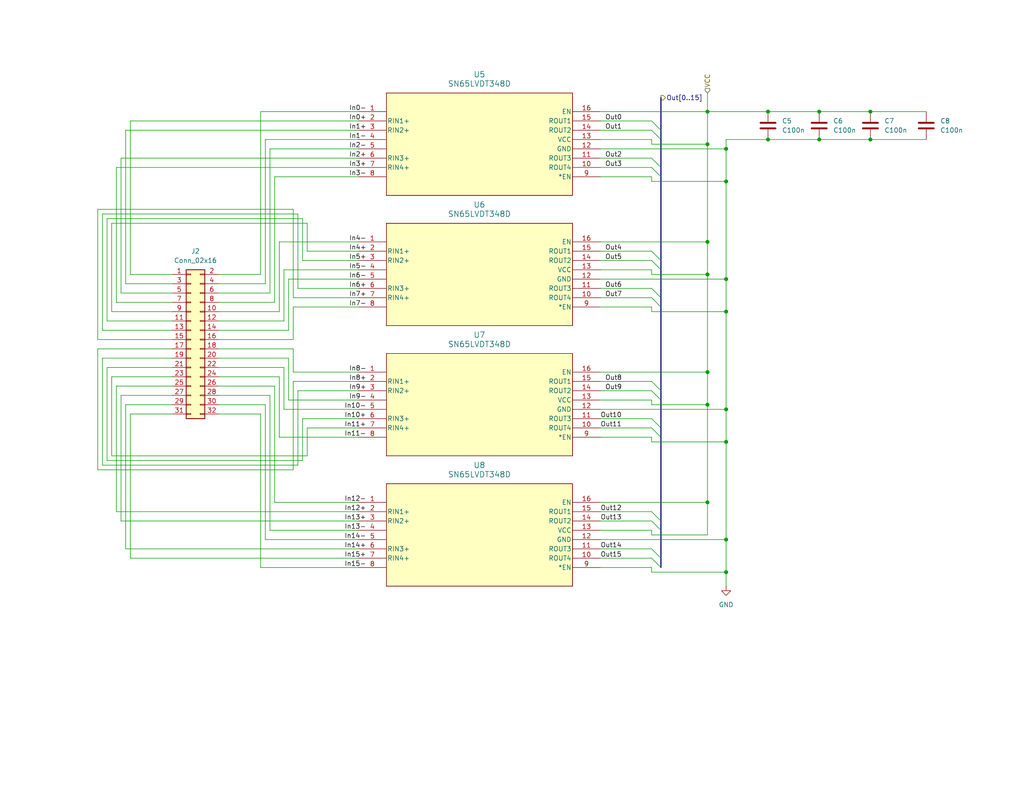
<source format=kicad_sch>
(kicad_sch (version 20231120) (generator "eeschema") (generator_version "8.0")
  (paper "USLetter")
  (title_block (title "BeagleV Fire TDC Cape") (date "2024-09-28") (rev "1") (company "MIT SpinQuest DAQ Group") (comment 1 "Noah Paladino"))
  (lib_symbols
    (symbol "Connector_Generic:Conn_02x16_Odd_Even" (pin_names (offset 1.016) hide)
      (property "Reference" "J" (at 1.27 20.32 0))
      (property "Value" "Conn_02x16_Odd_Even" (at 1.27 -22.86 0))
      (symbol "Conn_02x16_Odd_Even_1_1"
        (rectangle (start -1.27 -20.193) (end 0 -20.447) (stroke (width 0.1524)))
        (rectangle (start -1.27 -17.653) (end 0 -17.907) (stroke (width 0.1524)))
        (rectangle (start -1.27 -15.113) (end 0 -15.367) (stroke (width 0.1524)))
        (rectangle (start -1.27 -12.573) (end 0 -12.827) (stroke (width 0.1524)))
        (rectangle (start -1.27 -10.033) (end 0 -10.287) (stroke (width 0.1524)))
        (rectangle (start -1.27 -7.493) (end 0 -7.747) (stroke (width 0.1524)))
        (rectangle (start -1.27 -4.953) (end 0 -5.207) (stroke (width 0.1524)))
        (rectangle (start -1.27 -2.413) (end 0 -2.667) (stroke (width 0.1524)))
        (rectangle (start -1.27 0.127) (end 0 -0.127) (stroke (width 0.1524)))
        (rectangle (start -1.27 2.667) (end 0 2.413) (stroke (width 0.1524)))
        (rectangle (start -1.27 5.207) (end 0 4.953) (stroke (width 0.1524)))
        (rectangle (start -1.27 7.747) (end 0 7.493) (stroke (width 0.1524)))
        (rectangle (start -1.27 10.287) (end 0 10.033) (stroke (width 0.1524)))
        (rectangle (start -1.27 12.827) (end 0 12.573) (stroke (width 0.1524)))
        (rectangle (start -1.27 15.367) (end 0 15.113) (stroke (width 0.1524)))
        (rectangle (start -1.27 17.907) (end 0 17.653) (stroke (width 0.1524)))
        (rectangle (start -1.27 19.05) (end 3.81 -21.59) (stroke (width 0.254)) (fill (type background)))
        (rectangle (start 3.81 -20.193) (end 2.54 -20.447) (stroke (width 0.1524)))
        (rectangle (start 3.81 -17.653) (end 2.54 -17.907) (stroke (width 0.1524)))
        (rectangle (start 3.81 -15.113) (end 2.54 -15.367) (stroke (width 0.1524)))
        (rectangle (start 3.81 -12.573) (end 2.54 -12.827) (stroke (width 0.1524)))
        (rectangle (start 3.81 -10.033) (end 2.54 -10.287) (stroke (width 0.1524)))
        (rectangle (start 3.81 -7.493) (end 2.54 -7.747) (stroke (width 0.1524)))
        (rectangle (start 3.81 -4.953) (end 2.54 -5.207) (stroke (width 0.1524)))
        (rectangle (start 3.81 -2.413) (end 2.54 -2.667) (stroke (width 0.1524)))
        (rectangle (start 3.81 0.127) (end 2.54 -0.127) (stroke (width 0.1524)))
        (rectangle (start 3.81 2.667) (end 2.54 2.413) (stroke (width 0.1524)))
        (rectangle (start 3.81 5.207) (end 2.54 4.953) (stroke (width 0.1524)))
        (rectangle (start 3.81 7.747) (end 2.54 7.493) (stroke (width 0.1524)))
        (rectangle (start 3.81 10.287) (end 2.54 10.033) (stroke (width 0.1524)))
        (rectangle (start 3.81 12.827) (end 2.54 12.573) (stroke (width 0.1524)))
        (rectangle (start 3.81 15.367) (end 2.54 15.113) (stroke (width 0.1524)))
        (rectangle (start 3.81 17.907) (end 2.54 17.653) (stroke (width 0.1524)))
        (pin passive line (at -5.08 17.78 0) (length 3.81) (name "Pin_1") (number "1"))
        (pin passive line (at 7.62 7.62 180) (length 3.81) (name "Pin_10") (number "10"))
        (pin passive line (at -5.08 5.08 0) (length 3.81) (name "Pin_11") (number "11"))
        (pin passive line (at 7.62 5.08 180) (length 3.81) (name "Pin_12") (number "12"))
        (pin passive line (at -5.08 2.54 0) (length 3.81) (name "Pin_13") (number "13"))
        (pin passive line (at 7.62 2.54 180) (length 3.81) (name "Pin_14") (number "14"))
        (pin passive line (at -5.08 0 0) (length 3.81) (name "Pin_15") (number "15"))
        (pin passive line (at 7.62 0 180) (length 3.81) (name "Pin_16") (number "16"))
        (pin passive line (at -5.08 -2.54 0) (length 3.81) (name "Pin_17") (number "17"))
        (pin passive line (at 7.62 -2.54 180) (length 3.81) (name "Pin_18") (number "18"))
        (pin passive line (at -5.08 -5.08 0) (length 3.81) (name "Pin_19") (number "19"))
        (pin passive line (at 7.62 17.78 180) (length 3.81) (name "Pin_2") (number "2"))
        (pin passive line (at 7.62 -5.08 180) (length 3.81) (name "Pin_20") (number "20"))
        (pin passive line (at -5.08 -7.62 0) (length 3.81) (name "Pin_21") (number "21"))
        (pin passive line (at 7.62 -7.62 180) (length 3.81) (name "Pin_22") (number "22"))
        (pin passive line (at -5.08 -10.16 0) (length 3.81) (name "Pin_23") (number "23"))
        (pin passive line (at 7.62 -10.16 180) (length 3.81) (name "Pin_24") (number "24"))
        (pin passive line (at -5.08 -12.7 0) (length 3.81) (name "Pin_25") (number "25"))
        (pin passive line (at 7.62 -12.7 180) (length 3.81) (name "Pin_26") (number "26"))
        (pin passive line (at -5.08 -15.24 0) (length 3.81) (name "Pin_27") (number "27"))
        (pin passive line (at 7.62 -15.24 180) (length 3.81) (name "Pin_28") (number "28"))
        (pin passive line (at -5.08 -17.78 0) (length 3.81) (name "Pin_29") (number "29"))
        (pin passive line (at -5.08 15.24 0) (length 3.81) (name "Pin_3") (number "3"))
        (pin passive line (at 7.62 -17.78 180) (length 3.81) (name "Pin_30") (number "30"))
        (pin passive line (at -5.08 -20.32 0) (length 3.81) (name "Pin_31") (number "31"))
        (pin passive line (at 7.62 -20.32 180) (length 3.81) (name "Pin_32") (number "32"))
        (pin passive line (at 7.62 15.24 180) (length 3.81) (name "Pin_4") (number "4"))
        (pin passive line (at -5.08 12.7 0) (length 3.81) (name "Pin_5") (number "5"))
        (pin passive line (at 7.62 12.7 180) (length 3.81) (name "Pin_6") (number "6"))
        (pin passive line (at -5.08 10.16 0) (length 3.81) (name "Pin_7") (number "7"))
        (pin passive line (at 7.62 10.16 180) (length 3.81) (name "Pin_8") (number "8"))
        (pin passive line (at -5.08 7.62 0) (length 3.81) (name "Pin_9") (number "9"))
      )
    )
    (symbol "Device:C" (pin_numbers hide) (pin_names (offset 0.254))
      (property "Reference" "C" (at 0.635 2.54 0))
      (property "Value" "C" (at 0.635 -2.54 0))
      (symbol "C_0_1"
        (polyline (pts (xy -2.032 -0.762) (xy 2.032 -0.762)) (stroke (width 0.508)))
        (polyline (pts (xy -2.032 0.762) (xy 2.032 0.762)) (stroke (width 0.508)))
      )
      (symbol "C_1_1"
        (pin passive line (at 0 3.81 270) (length 2.794) (name "~") (number "1"))
        (pin passive line (at 0 -3.81 90) (length 2.794) (name "~") (number "2"))
      )
    )
    (symbol "SN65LVDT348D:SN65LVDT348D" (pin_names (offset 0.254))
      (property "Reference" "U" (at 33.02 10.16 0))
      (property "Value" "SN65LVDT348D" (at 33.02 7.62 0))
      (symbol "SN65LVDT348D_0_1"
        (polyline (pts (xy 7.62 -22.86) (xy 58.42 -22.86)) (stroke (width 0.127)))
        (polyline (pts (xy 7.62 5.08) (xy 7.62 -22.86)) (stroke (width 0.127)))
        (polyline (pts (xy 58.42 -22.86) (xy 58.42 5.08)) (stroke (width 0.127)))
        (polyline (pts (xy 58.42 5.08) (xy 7.62 5.08)) (stroke (width 0.127)) (fill (type background)))
        (rectangle (start 7.62 5.08) (end 58.42 -22.86) (fill (type background)))
        (pin input line (at 0 0 0) (length 7.62) (name "") (number "1"))
        (pin output line (at 66.04 -15.24 180) (length 7.62) (name "ROUT4") (number "10"))
        (pin output line (at 66.04 -12.7 180) (length 7.62) (name "ROUT3") (number "11"))
        (pin power_in line (at 66.04 -10.16 180) (length 7.62) (name "GND") (number "12"))
        (pin power_in line (at 66.04 -7.62 180) (length 7.62) (name "VCC") (number "13"))
        (pin output line (at 66.04 -5.08 180) (length 7.62) (name "ROUT2") (number "14"))
        (pin output line (at 66.04 -2.54 180) (length 7.62) (name "ROUT1") (number "15"))
        (pin unspecified line (at 66.04 0 180) (length 7.62) (name "EN") (number "16"))
        (pin input line (at 0 -2.54 0) (length 7.62) (name "RIN1+") (number "2"))
        (pin input line (at 0 -5.08 0) (length 7.62) (name "RIN2+") (number "3"))
        (pin input line (at 0 -7.62 0) (length 7.62) (name "") (number "4"))
        (pin input line (at 0 -10.16 0) (length 7.62) (name "") (number "5"))
        (pin input line (at 0 -12.7 0) (length 7.62) (name "RIN3+") (number "6"))
        (pin input line (at 0 -15.24 0) (length 7.62) (name "RIN4+") (number "7"))
        (pin input line (at 0 -17.78 0) (length 7.62) (name "") (number "8"))
        (pin unspecified line (at 66.04 -17.78 180) (length 7.62) (name "*EN") (number "9"))
      )
    )
    (symbol "power:GND" (power) (pin_names (offset 0))
      (property "Value" "GND" (at 0 -3.81 0))
      (symbol "GND_0_1"
        (polyline (pts (xy 0 0) (xy 0 -1.27) (xy 1.27 -1.27) (xy 0 -2.54) (xy -1.27 -1.27) (xy 0 -1.27)))
      )
      (symbol "GND_1_1"
        (pin power_in line (at 0 0 270) (length 0) hide (name "GND") (number "1"))
      )
    )
  )
  (junction (at 198.12 76.2))
  (junction (at 193.04 74.93))
  (junction (at 193.04 66.04))
  (junction (at 193.04 101.6))
  (junction (at 198.12 156.21))
  (junction (at 209.55 38.1))
  (junction (at 223.52 38.1))
  (junction (at 198.12 49.53))
  (junction (at 193.04 39.37))
  (junction (at 193.04 30.48))
  (junction (at 193.04 110.49))
  (junction (at 198.12 40.64))
  (junction (at 237.49 38.1))
  (junction (at 198.12 147.32))
  (junction (at 209.55 30.48))
  (junction (at 198.12 111.76))
  (junction (at 193.04 137.16))
  (junction (at 223.52 30.48))
  (junction (at 198.12 85.09))
  (junction (at 237.49 30.48))
  (junction (at 198.12 120.65))
  (bus_entry (at 177.8 106.68) (size 2.54 2.54))
  (bus_entry (at 177.8 116.84) (size 2.54 2.54))
  (bus_entry (at 177.8 149.86) (size 2.54 2.54))
  (bus_entry (at 177.8 43.18) (size 2.54 2.54))
  (bus_entry (at 177.8 114.3) (size 2.54 2.54))
  (bus_entry (at 177.8 81.28) (size 2.54 2.54))
  (bus_entry (at 177.8 152.4) (size 2.54 2.54))
  (bus_entry (at 177.8 104.14) (size 2.54 2.54))
  (bus_entry (at 177.8 45.72) (size 2.54 2.54))
  (bus_entry (at 177.8 35.56) (size 2.54 2.54))
  (bus_entry (at 177.8 142.24) (size 2.54 2.54))
  (bus_entry (at 177.8 68.58) (size 2.54 2.54))
  (bus_entry (at 177.8 33.02) (size 2.54 2.54))
  (bus_entry (at 177.8 139.7) (size 2.54 2.54))
  (bus_entry (at 177.8 71.12) (size 2.54 2.54))
  (bus_entry (at 177.8 78.74) (size 2.54 2.54))
  (wire (pts (xy 29.21 100.33) (xy 29.21 125.73)))
  (wire (pts (xy 33.02 80.01) (xy 33.02 43.18)))
  (wire (pts (xy 33.02 43.18) (xy 97.79 43.18)))
  (wire (pts (xy 26.67 57.15) (xy 26.67 92.71)))
  (wire (pts (xy 80.01 81.28) (xy 80.01 57.15)))
  (wire (pts (xy 46.99 80.01) (xy 33.02 80.01)))
  (wire (pts (xy 97.79 104.14) (xy 80.01 104.14)))
  (wire (pts (xy 74.93 105.41) (xy 74.93 137.16)))
  (wire (pts (xy 35.56 74.93) (xy 46.99 74.93)))
  (wire (pts (xy 97.79 106.68) (xy 81.28 106.68)))
  (wire (pts (xy 74.93 137.16) (xy 97.79 137.16)))
  (wire (pts (xy 209.55 30.48) (xy 223.52 30.48)))
  (bus (pts (xy 180.34 71.12) (xy 180.34 73.66)))
  (bus (pts (xy 180.34 38.1) (xy 180.34 45.72)))
  (wire (pts (xy 163.83 73.66) (xy 177.8 73.66)))
  (wire (pts (xy 29.21 125.73) (xy 82.55 125.73)))
  (wire (pts (xy 198.12 156.21) (xy 198.12 160.02)))
  (wire (pts (xy 76.2 119.38) (xy 97.79 119.38)))
  (bus (pts (xy 180.34 48.26) (xy 180.34 71.12)))
  (wire (pts (xy 35.56 152.4) (xy 97.79 152.4)))
  (wire (pts (xy 31.75 82.55) (xy 46.99 82.55)))
  (wire (pts (xy 163.83 83.82) (xy 177.8 83.82)))
  (wire (pts (xy 77.47 111.76) (xy 97.79 111.76)))
  (wire (pts (xy 29.21 59.69) (xy 82.55 59.69)))
  (wire (pts (xy 30.48 60.96) (xy 83.82 60.96)))
  (wire (pts (xy 193.04 25.4) (xy 193.04 30.48)))
  (wire (pts (xy 35.56 74.93) (xy 35.56 33.02)))
  (wire (pts (xy 193.04 30.48) (xy 193.04 39.37)))
  (wire (pts (xy 73.66 80.01) (xy 73.66 40.64)))
  (wire (pts (xy 72.39 147.32) (xy 97.79 147.32)))
  (wire (pts (xy 163.83 114.3) (xy 177.8 114.3)))
  (wire (pts (xy 177.8 38.1) (xy 177.8 39.37)))
  (wire (pts (xy 237.49 38.1) (xy 252.73 38.1)))
  (wire (pts (xy 198.12 120.65) (xy 198.12 147.32)))
  (wire (pts (xy 74.93 48.26) (xy 74.93 82.55)))
  (wire (pts (xy 46.99 87.63) (xy 29.21 87.63)))
  (bus (pts (xy 180.34 83.82) (xy 180.34 106.68)))
  (wire (pts (xy 163.83 38.1) (xy 177.8 38.1)))
  (wire (pts (xy 30.48 124.46) (xy 30.48 102.87)))
  (wire (pts (xy 163.83 30.48) (xy 193.04 30.48)))
  (wire (pts (xy 177.8 39.37) (xy 193.04 39.37)))
  (wire (pts (xy 34.29 35.56) (xy 34.29 77.47)))
  (wire (pts (xy 80.01 101.6) (xy 97.79 101.6)))
  (bus (pts (xy 180.34 152.4) (xy 180.34 154.94)))
  (wire (pts (xy 193.04 66.04) (xy 193.04 74.93)))
  (wire (pts (xy 46.99 107.95) (xy 33.02 107.95)))
  (wire (pts (xy 198.12 85.09) (xy 198.12 111.76)))
  (wire (pts (xy 46.99 100.33) (xy 29.21 100.33)))
  (wire (pts (xy 193.04 146.05) (xy 177.8 146.05)))
  (wire (pts (xy 177.8 49.53) (xy 198.12 49.53)))
  (wire (pts (xy 97.79 35.56) (xy 34.29 35.56)))
  (wire (pts (xy 59.69 102.87) (xy 76.2 102.87)))
  (wire (pts (xy 71.12 74.93) (xy 71.12 30.48)))
  (wire (pts (xy 71.12 154.94) (xy 97.79 154.94)))
  (wire (pts (xy 163.83 81.28) (xy 177.8 81.28)))
  (wire (pts (xy 193.04 101.6) (xy 193.04 110.49)))
  (wire (pts (xy 59.69 90.17) (xy 78.74 90.17)))
  (wire (pts (xy 163.83 106.68) (xy 177.8 106.68)))
  (bus (pts (xy 180.34 116.84) (xy 180.34 119.38)))
  (wire (pts (xy 163.83 43.18) (xy 177.8 43.18)))
  (wire (pts (xy 83.82 116.84) (xy 83.82 124.46)))
  (wire (pts (xy 30.48 102.87) (xy 46.99 102.87)))
  (wire (pts (xy 163.83 48.26) (xy 177.8 48.26)))
  (wire (pts (xy 193.04 74.93) (xy 193.04 101.6)))
  (wire (pts (xy 26.67 92.71) (xy 46.99 92.71)))
  (wire (pts (xy 193.04 137.16) (xy 193.04 146.05)))
  (wire (pts (xy 163.83 78.74) (xy 177.8 78.74)))
  (bus (pts (xy 180.34 45.72) (xy 180.34 48.26)))
  (wire (pts (xy 31.75 45.72) (xy 31.75 82.55)))
  (wire (pts (xy 97.79 83.82) (xy 80.01 83.82)))
  (wire (pts (xy 177.8 109.22) (xy 177.8 110.49)))
  (wire (pts (xy 177.8 120.65) (xy 198.12 120.65)))
  (wire (pts (xy 26.67 95.25) (xy 46.99 95.25)))
  (wire (pts (xy 163.83 137.16) (xy 193.04 137.16)))
  (wire (pts (xy 35.56 33.02) (xy 97.79 33.02)))
  (wire (pts (xy 33.02 142.24) (xy 97.79 142.24)))
  (wire (pts (xy 163.83 152.4) (xy 177.8 152.4)))
  (bus (pts (xy 180.34 73.66) (xy 180.34 81.28)))
  (wire (pts (xy 163.83 147.32) (xy 198.12 147.32)))
  (wire (pts (xy 163.83 142.24) (xy 177.8 142.24)))
  (wire (pts (xy 81.28 58.42) (xy 81.28 78.74)))
  (wire (pts (xy 163.83 101.6) (xy 193.04 101.6)))
  (wire (pts (xy 177.8 85.09) (xy 198.12 85.09)))
  (wire (pts (xy 163.83 154.94) (xy 177.8 154.94)))
  (wire (pts (xy 71.12 113.03) (xy 71.12 154.94)))
  (bus (pts (xy 180.34 81.28) (xy 180.34 83.82)))
  (wire (pts (xy 30.48 85.09) (xy 30.48 60.96)))
  (wire (pts (xy 34.29 149.86) (xy 97.79 149.86)))
  (wire (pts (xy 33.02 107.95) (xy 33.02 142.24)))
  (wire (pts (xy 198.12 49.53) (xy 198.12 76.2)))
  (wire (pts (xy 198.12 38.1) (xy 198.12 40.64)))
  (wire (pts (xy 59.69 105.41) (xy 74.93 105.41)))
  (wire (pts (xy 82.55 71.12) (xy 97.79 71.12)))
  (wire (pts (xy 77.47 73.66) (xy 77.47 87.63)))
  (wire (pts (xy 163.83 139.7) (xy 177.8 139.7)))
  (wire (pts (xy 177.8 74.93) (xy 193.04 74.93)))
  (wire (pts (xy 163.83 144.78) (xy 177.8 144.78)))
  (wire (pts (xy 163.83 111.76) (xy 198.12 111.76)))
  (wire (pts (xy 237.49 30.48) (xy 252.73 30.48)))
  (wire (pts (xy 27.94 127) (xy 27.94 97.79)))
  (wire (pts (xy 163.83 45.72) (xy 177.8 45.72)))
  (wire (pts (xy 77.47 100.33) (xy 77.47 111.76)))
  (wire (pts (xy 78.74 76.2) (xy 97.79 76.2)))
  (wire (pts (xy 163.83 116.84) (xy 177.8 116.84)))
  (bus (pts (xy 180.34 109.22) (xy 180.34 116.84)))
  (wire (pts (xy 72.39 77.47) (xy 59.69 77.47)))
  (wire (pts (xy 80.01 104.14) (xy 80.01 128.27)))
  (wire (pts (xy 177.8 48.26) (xy 177.8 49.53)))
  (bus (pts (xy 180.34 35.56) (xy 180.34 38.1)))
  (wire (pts (xy 26.67 128.27) (xy 26.67 95.25)))
  (wire (pts (xy 163.83 35.56) (xy 177.8 35.56)))
  (bus (pts (xy 180.34 144.78) (xy 180.34 152.4)))
  (wire (pts (xy 80.01 95.25) (xy 80.01 101.6)))
  (wire (pts (xy 80.01 57.15) (xy 26.67 57.15)))
  (wire (pts (xy 198.12 40.64) (xy 198.12 49.53)))
  (wire (pts (xy 80.01 83.82) (xy 80.01 92.71)))
  (wire (pts (xy 34.29 77.47) (xy 46.99 77.47)))
  (wire (pts (xy 72.39 110.49) (xy 72.39 147.32)))
  (wire (pts (xy 46.99 85.09) (xy 30.48 85.09)))
  (wire (pts (xy 76.2 85.09) (xy 76.2 66.04)))
  (wire (pts (xy 209.55 38.1) (xy 223.52 38.1)))
  (wire (pts (xy 80.01 92.71) (xy 59.69 92.71)))
  (wire (pts (xy 29.21 87.63) (xy 29.21 59.69)))
  (wire (pts (xy 59.69 87.63) (xy 77.47 87.63)))
  (wire (pts (xy 97.79 73.66) (xy 77.47 73.66)))
  (wire (pts (xy 97.79 48.26) (xy 74.93 48.26)))
  (wire (pts (xy 163.83 40.64) (xy 198.12 40.64)))
  (wire (pts (xy 59.69 113.03) (xy 71.12 113.03)))
  (wire (pts (xy 59.69 97.79) (xy 78.74 97.79)))
  (wire (pts (xy 78.74 109.22) (xy 97.79 109.22)))
  (bus (pts (xy 180.34 106.68) (xy 180.34 109.22)))
  (wire (pts (xy 177.8 146.05) (xy 177.8 144.78)))
  (wire (pts (xy 97.79 38.1) (xy 72.39 38.1)))
  (wire (pts (xy 177.8 154.94) (xy 177.8 156.21)))
  (wire (pts (xy 83.82 68.58) (xy 97.79 68.58)))
  (wire (pts (xy 31.75 139.7) (xy 97.79 139.7)))
  (wire (pts (xy 27.94 97.79) (xy 46.99 97.79)))
  (wire (pts (xy 76.2 102.87) (xy 76.2 119.38)))
  (bus (pts (xy 180.34 119.38) (xy 180.34 142.24)))
  (wire (pts (xy 73.66 40.64) (xy 97.79 40.64)))
  (wire (pts (xy 177.8 156.21) (xy 198.12 156.21)))
  (wire (pts (xy 59.69 100.33) (xy 77.47 100.33)))
  (wire (pts (xy 80.01 128.27) (xy 26.67 128.27)))
  (wire (pts (xy 82.55 125.73) (xy 82.55 114.3)))
  (bus (pts (xy 180.34 26.67) (xy 180.34 35.56)))
  (wire (pts (xy 59.69 80.01) (xy 73.66 80.01)))
  (wire (pts (xy 59.69 74.93) (xy 71.12 74.93)))
  (wire (pts (xy 73.66 107.95) (xy 73.66 144.78)))
  (wire (pts (xy 34.29 110.49) (xy 34.29 149.86)))
  (wire (pts (xy 193.04 30.48) (xy 209.55 30.48)))
  (wire (pts (xy 59.69 110.49) (xy 72.39 110.49)))
  (bus (pts (xy 180.34 142.24) (xy 180.34 144.78)))
  (wire (pts (xy 163.83 68.58) (xy 177.8 68.58)))
  (wire (pts (xy 31.75 105.41) (xy 31.75 139.7)))
  (wire (pts (xy 97.79 81.28) (xy 80.01 81.28)))
  (wire (pts (xy 198.12 147.32) (xy 198.12 156.21)))
  (wire (pts (xy 73.66 144.78) (xy 97.79 144.78)))
  (wire (pts (xy 59.69 85.09) (xy 76.2 85.09)))
  (wire (pts (xy 27.94 90.17) (xy 27.94 58.42)))
  (wire (pts (xy 83.82 60.96) (xy 83.82 68.58)))
  (wire (pts (xy 223.52 38.1) (xy 237.49 38.1)))
  (wire (pts (xy 163.83 119.38) (xy 177.8 119.38)))
  (wire (pts (xy 81.28 127) (xy 27.94 127)))
  (wire (pts (xy 163.83 109.22) (xy 177.8 109.22)))
  (wire (pts (xy 163.83 33.02) (xy 177.8 33.02)))
  (wire (pts (xy 72.39 38.1) (xy 72.39 77.47)))
  (wire (pts (xy 74.93 82.55) (xy 59.69 82.55)))
  (wire (pts (xy 163.83 66.04) (xy 193.04 66.04)))
  (wire (pts (xy 35.56 113.03) (xy 35.56 152.4)))
  (wire (pts (xy 177.8 119.38) (xy 177.8 120.65)))
  (wire (pts (xy 46.99 110.49) (xy 34.29 110.49)))
  (wire (pts (xy 46.99 113.03) (xy 35.56 113.03)))
  (wire (pts (xy 59.69 107.95) (xy 73.66 107.95)))
  (wire (pts (xy 177.8 110.49) (xy 193.04 110.49)))
  (wire (pts (xy 46.99 105.41) (xy 31.75 105.41)))
  (wire (pts (xy 76.2 66.04) (xy 97.79 66.04)))
  (wire (pts (xy 163.83 71.12) (xy 177.8 71.12)))
  (wire (pts (xy 97.79 116.84) (xy 83.82 116.84)))
  (wire (pts (xy 193.04 110.49) (xy 193.04 137.16)))
  (wire (pts (xy 83.82 124.46) (xy 30.48 124.46)))
  (wire (pts (xy 71.12 30.48) (xy 97.79 30.48)))
  (wire (pts (xy 46.99 90.17) (xy 27.94 90.17)))
  (wire (pts (xy 81.28 78.74) (xy 97.79 78.74)))
  (wire (pts (xy 97.79 45.72) (xy 31.75 45.72)))
  (wire (pts (xy 59.69 95.25) (xy 80.01 95.25)))
  (wire (pts (xy 198.12 111.76) (xy 198.12 120.65)))
  (wire (pts (xy 177.8 83.82) (xy 177.8 85.09)))
  (wire (pts (xy 209.55 38.1) (xy 198.12 38.1)))
  (wire (pts (xy 177.8 73.66) (xy 177.8 74.93)))
  (wire (pts (xy 223.52 30.48) (xy 237.49 30.48)))
  (wire (pts (xy 198.12 76.2) (xy 198.12 85.09)))
  (wire (pts (xy 193.04 39.37) (xy 193.04 66.04)))
  (wire (pts (xy 82.55 114.3) (xy 97.79 114.3)))
  (wire (pts (xy 82.55 59.69) (xy 82.55 71.12)))
  (wire (pts (xy 163.83 104.14) (xy 177.8 104.14)))
  (wire (pts (xy 81.28 106.68) (xy 81.28 127)))
  (wire (pts (xy 27.94 58.42) (xy 81.28 58.42)))
  (wire (pts (xy 163.83 149.86) (xy 177.8 149.86)))
  (wire (pts (xy 163.83 76.2) (xy 198.12 76.2)))
  (wire (pts (xy 78.74 90.17) (xy 78.74 76.2)))
  (wire (pts (xy 78.74 97.79) (xy 78.74 109.22)))
  (label "In11+" (at 93.98 116.84 0))
  (label "In6+" (at 95.25 78.74 0))
  (label "Out12" (at 163.83 139.7 0))
  (label "Out0" (at 165.1 33.02 0))
  (label "In6-" (at 95.25 76.2 0))
  (label "In1+" (at 95.25 35.56 0))
  (label "In9+" (at 95.25 106.68 0))
  (label "In7-" (at 95.25 83.82 0))
  (label "In3-" (at 95.25 48.26 0))
  (label "Out5" (at 165.1 71.12 0))
  (label "Out14" (at 163.83 149.86 0))
  (label "Out3" (at 165.1 45.72 0))
  (label "In9-" (at 95.25 109.22 0))
  (label "In5-" (at 95.25 73.66 0))
  (label "In15+" (at 93.98 152.4 0))
  (label "In14-" (at 93.98 147.32 0))
  (label "Out8" (at 165.1 104.14 0))
  (label "In4+" (at 95.25 68.58 0))
  (label "Out11" (at 163.83 116.84 0))
  (label "Out4" (at 165.1 68.58 0))
  (label "In11-" (at 93.98 119.38 0))
  (label "In2+" (at 95.25 43.18 0))
  (label "In8+" (at 95.25 104.14 0))
  (label "In0+" (at 95.25 33.02 0))
  (label "In4-" (at 95.25 66.04 0))
  (label "In0-" (at 95.25 30.48 0))
  (label "In15-" (at 93.98 154.94 0))
  (label "In8-" (at 95.25 101.6 0))
  (label "In12+" (at 93.98 139.7 0))
  (label "Out15" (at 163.83 152.4 0))
  (label "Out1" (at 165.1 35.56 0))
  (label "Out10" (at 163.83 114.3 0))
  (label "Out6" (at 165.1 78.74 0))
  (label "Out9" (at 165.1 106.68 0))
  (label "In5+" (at 95.25 71.12 0))
  (label "In1-" (at 95.25 38.1 0))
  (label "In13-" (at 93.98 144.78 0))
  (label "In10-" (at 93.98 111.76 0))
  (label "In7+" (at 95.25 81.28 0))
  (label "Out2" (at 165.1 43.18 0))
  (label "In13+" (at 93.98 142.24 0))
  (label "In12-" (at 93.98 137.16 0))
  (label "In10+" (at 93.98 114.3 0))
  (label "In3+" (at 95.25 45.72 0))
  (label "Out7" (at 165.1 81.28 0))
  (label "In14+" (at 93.98 149.86 0))
  (label "Out13" (at 163.83 142.24 0))
  (label "In2-" (at 95.25 40.64 0))
  (hierarchical_label "Out[0..15]" (shape output) (at 180.34 26.67 0))
  (hierarchical_label "VCC" (shape input) (at 193.04 25.4 90))
  (symbol (lib_id "power:GND") (at 198.12 160.02 0) (unit 1)
    (property "Reference" "#PWR012" (effects (hide yes)))
    (property "Value" "GND" (at 198.12 165.1 0))
    (instances (project "" (path "" (reference "#PWR012") (unit 1)) (path "" (reference "#PWR011") (unit 1))))
  )
  (symbol (lib_id "SN65LVDT348D:SN65LVDT348D") (at 97.79 66.04 0) (unit 1)
    (property "Reference" "U6" (at 130.81 55.88 0) (effects (font (size 1.524 1.524))))
    (property "Value" "SN65LVDT348D" (at 130.81 58.42 0) (effects (font (size 1.524 1.524))))
    (property "Footprint" "SN65LVDT348D:D16" (effects (hide yes)))
    (property "Datasheet" "SN65LVDT348D" (effects (hide yes)))
    (instances (project "" (path "" (reference "U6") (unit 1)) (path "" (reference "U2") (unit 1))))
  )
  (symbol (lib_id "Connector_Generic:Conn_02x16_Odd_Even") (at 52.07 92.71 0) (unit 1)
    (property "Reference" "J2" (at 53.34 68.58 0))
    (property "Value" "Conn_02x16" (at 53.34 71.12 0))
    (property "Footprint" "Connector_PinHeader_2.54mm:PinHeader_2x16_P2.54mm_Vertical" (effects (hide yes)))
    (property "Description" "Generic connector, double row, 02x16, odd/even pin numbering scheme (row 1 odd numbers, row 2 even numbers), script generated (kicad-library-utils/schlib/autogen/connector/)" (effects (hide yes)))
    (instances (project "" (path "" (reference "J2") (unit 1)) (path "" (reference "J1") (unit 1))))
  )
  (symbol (lib_id "Device:C") (at 223.52 34.29 0) (unit 1)
    (property "Reference" "C6" (at 227.33 33.0199 0) (effects (justify left)))
    (property "Value" "C100n" (at 227.33 35.5599 0) (effects (justify left)))
    (property "Footprint" "Capacitor_SMD:C_0402_1005Metric_Pad0.74x0.62mm_HandSolder" (effects (hide yes)))
    (property "Description" "Unpolarized capacitor" (effects (hide yes)))
    (instances (project "" (path "" (reference "C6") (unit 1)) (path "" (reference "C2") (unit 1))))
  )
  (symbol (lib_id "SN65LVDT348D:SN65LVDT348D") (at 97.79 101.6 0) (unit 1)
    (property "Reference" "U7" (at 130.81 91.44 0) (effects (font (size 1.524 1.524))))
    (property "Value" "SN65LVDT348D" (at 130.81 93.98 0) (effects (font (size 1.524 1.524))))
    (property "Footprint" "SN65LVDT348D:D16" (effects (hide yes)))
    (property "Datasheet" "SN65LVDT348D" (effects (hide yes)))
    (instances (project "" (path "" (reference "U7") (unit 1)) (path "" (reference "U3") (unit 1))))
  )
  (symbol (lib_id "Device:C") (at 252.73 34.29 0) (unit 1)
    (property "Reference" "C8" (at 256.54 33.0199 0) (effects (justify left)))
    (property "Value" "C100n" (at 256.54 35.5599 0) (effects (justify left)))
    (property "Footprint" "Capacitor_SMD:C_0402_1005Metric_Pad0.74x0.62mm_HandSolder" (effects (hide yes)))
    (property "Description" "Unpolarized capacitor" (effects (hide yes)))
    (instances (project "" (path "" (reference "C8") (unit 1)) (path "" (reference "C4") (unit 1))))
  )
  (symbol (lib_id "SN65LVDT348D:SN65LVDT348D") (at 97.79 30.48 0) (unit 1)
    (property "Reference" "U5" (at 130.81 20.32 0) (effects (font (size 1.524 1.524))))
    (property "Value" "SN65LVDT348D" (at 130.81 22.86 0) (effects (font (size 1.524 1.524))))
    (property "Footprint" "SN65LVDT348D:D16" (effects (hide yes)))
    (property "Datasheet" "SN65LVDT348D" (effects (hide yes)))
    (instances (project "" (path "" (reference "U5") (unit 1)) (path "" (reference "U1") (unit 1))))
  )
  (symbol (lib_id "Device:C") (at 209.55 34.29 0) (unit 1)
    (property "Reference" "C5" (at 213.36 33.0199 0) (effects (justify left)))
    (property "Value" "C100n" (at 213.36 35.5599 0) (effects (justify left)))
    (property "Footprint" "Capacitor_SMD:C_0402_1005Metric_Pad0.74x0.62mm_HandSolder" (effects (hide yes)))
    (property "Description" "Unpolarized capacitor" (effects (hide yes)))
    (instances (project "" (path "" (reference "C5") (unit 1)) (path "" (reference "C1") (unit 1))))
  )
  (symbol (lib_id "SN65LVDT348D:SN65LVDT348D") (at 97.79 137.16 0) (unit 1)
    (property "Reference" "U8" (at 130.81 127 0) (effects (font (size 1.524 1.524))))
    (property "Value" "SN65LVDT348D" (at 130.81 129.54 0) (effects (font (size 1.524 1.524))))
    (property "Footprint" "SN65LVDT348D:D16" (effects (hide yes)))
    (property "Datasheet" "SN65LVDT348D" (effects (hide yes)))
    (instances (project "" (path "" (reference "U8") (unit 1)) (path "" (reference "U4") (unit 1))))
  )
  (symbol (lib_id "Device:C") (at 237.49 34.29 0) (unit 1)
    (property "Reference" "C7" (at 241.3 33.0199 0) (effects (justify left)))
    (property "Value" "C100n" (at 241.3 35.5599 0) (effects (justify left)))
    (property "Footprint" "Capacitor_SMD:C_0402_1005Metric_Pad0.74x0.62mm_HandSolder" (effects (hide yes)))
    (property "Description" "Unpolarized capacitor" (effects (hide yes)))
    (instances (project "" (path "" (reference "C7") (unit 1)) (path "" (reference "C3") (unit 1))))
  )
)
</source>
